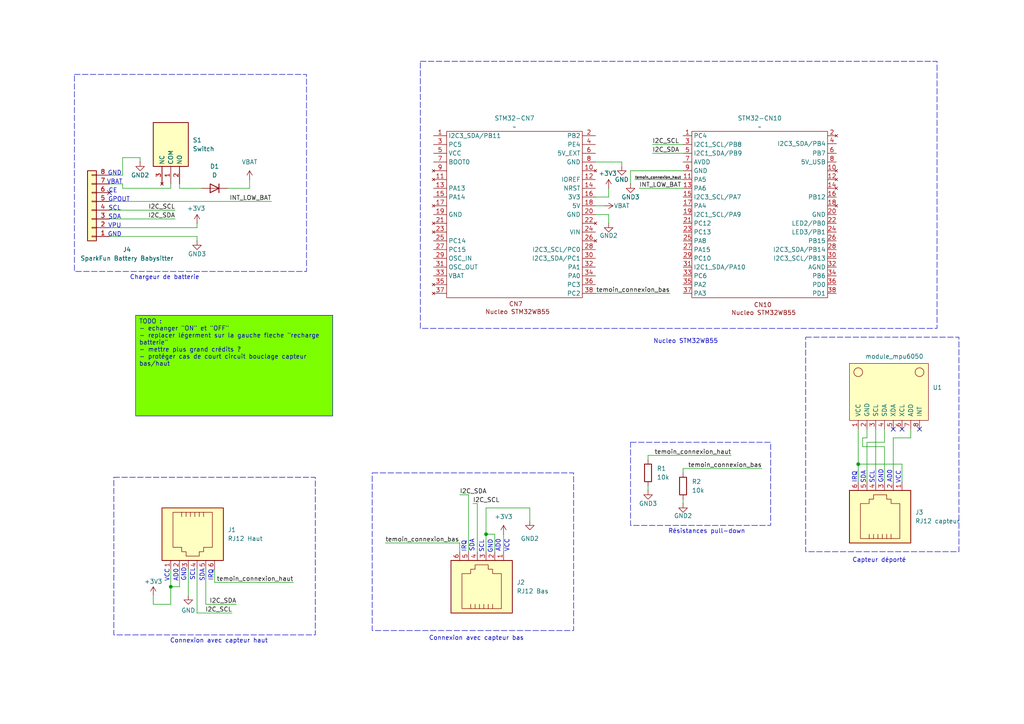
<source format=kicad_sch>
(kicad_sch (version 20250114) (generator "eeschema") (generator_version "9.0")
  (paper "A4")
  (title_block (title "PCBs Suivi de poste - Projet FAME") (company "IUT 1 - Université Grenoble Alpes") (comment 1 "Projet FAME") (comment 2 "Assistant ingénieur Electronique et systèmes embarqués") (comment 3 "DUPUIS-DABAJI Lounès"))
  (lib_symbols
    (symbol "09_03201_02:SIP"
      (property "Reference" "S" (at 19.05 7.62 0))
      (property "Value" "SIP" (at 19.05 5.08 0))
      (symbol "SIP_1_1"
        (rectangle (start 5.08 2.54) (end 17.78 -7.62) (stroke (width 0.254)) (fill (type background)))
        (pin no_connect line (at 0 0 0) (length 5.08) (name "NC") (number "3"))
        (pin passive line (at 0 -2.54 0) (length 5.08) (name "COM") (number "1"))
        (pin passive line (at 0 -5.08 0) (length 5.08) (name "NO") (number "2"))
      )
    )
    (symbol "Connector:RJ12" (pin_names (offset 1.016))
      (property "Reference" "J" (at -5.08 11.43 0))
      (property "Value" "RJ12" (at 2.54 11.43 0))
      (symbol "RJ12_0_1"
        (polyline (pts (xy -6.35 3.175) (xy -5.08 3.175) (xy -5.08 3.175)))
        (polyline (pts (xy -6.35 1.905) (xy -5.08 1.905) (xy -5.08 1.905)))
        (polyline (pts (xy -6.35 0.635) (xy -5.08 0.635) (xy -5.08 0.635)))
        (polyline (pts (xy -6.35 -0.635) (xy -5.08 -0.635) (xy -5.08 -0.635)))
        (polyline (pts (xy -6.35 -1.905) (xy -5.08 -1.905) (xy -5.08 -1.905)))
        (polyline (pts (xy -6.35 -4.445) (xy -6.35 6.985) (xy 3.81 6.985) (xy 3.81 4.445) (xy 5.08 4.445) (xy 5.08 3.175) (xy 6.35 3.175) (xy 6.35 -0.635) (xy 5.08 -0.635) (xy 5.08 -1.905) (xy 3.81 -1.905) (xy 3.81 -4.445) (xy -6.35 -4.445) (xy -6.35 -4.445)))
        (polyline (pts (xy -5.08 4.445) (xy -6.35 4.445) (xy -6.35 4.445)))
        (rectangle (start 7.62 10.16) (end -7.62 -7.62) (stroke (width 0.254)) (fill (type background)))
      )
      (symbol "RJ12_1_1"
        (pin passive line (at 10.16 7.62 180) (length 2.54) (name "~") (number "6"))
        (pin passive line (at 10.16 5.08 180) (length 2.54) (name "~") (number "5"))
        (pin passive line (at 10.16 2.54 180) (length 2.54) (name "~") (number "4"))
        (pin passive line (at 10.16 0 180) (length 2.54) (name "~") (number "3"))
        (pin passive line (at 10.16 -2.54 180) (length 2.54) (name "~") (number "2"))
        (pin passive line (at 10.16 -5.08 180) (length 2.54) (name "~") (number "1"))
      )
    )
    (symbol "Connector_Generic:Conn_01x08" (pin_names (offset 1.016) (hide yes))
      (property "Reference" "J3" (at 0 -16.51 0))
      (property "Value" "SparkFun Battery Babysitter" (at 0 -13.97 0))
      (symbol "Conn_01x08_1_1"
        (rectangle (start -1.27 8.89) (end 1.27 -11.43) (stroke (width 0.254)) (fill (type background)))
        (rectangle (start -1.27 7.747) (end 0 7.493) (stroke (width 0.1524)))
        (rectangle (start -1.27 5.207) (end 0 4.953) (stroke (width 0.1524)))
        (rectangle (start -1.27 2.667) (end 0 2.413) (stroke (width 0.1524)))
        (rectangle (start -1.27 0.127) (end 0 -0.127) (stroke (width 0.1524)))
        (rectangle (start -1.27 -2.413) (end 0 -2.667) (stroke (width 0.1524)))
        (rectangle (start -1.27 -4.953) (end 0 -5.207) (stroke (width 0.1524)))
        (rectangle (start -1.27 -7.493) (end 0 -7.747) (stroke (width 0.1524)))
        (rectangle (start -1.27 -10.033) (end 0 -10.287) (stroke (width 0.1524)))
        (pin passive line (at -5.08 7.62 0) (length 3.81) (name "Pin_1") (number "1"))
        (pin passive line (at -5.08 5.08 0) (length 3.81) (name "Pin_2") (number "2"))
        (pin passive line (at -5.08 2.54 0) (length 3.81) (name "Pin_3") (number "3"))
        (pin passive line (at -5.08 0 0) (length 3.81) (name "Pin_4") (number "4"))
        (pin passive line (at -5.08 -2.54 0) (length 3.81) (name "Pin_5") (number "5"))
        (pin passive line (at -5.08 -5.08 0) (length 3.81) (name "Pin_6") (number "6"))
        (pin output line (at -5.08 -7.62 0) (length 3.81) (name "Pin_7") (number "7"))
        (pin passive line (at -5.08 -10.16 0) (length 3.81) (name "Pin_8") (number "8"))
      )
    )
    (symbol "Device:D" (pin_numbers (hide yes)) (pin_names (offset 1.016) (hide yes))
      (property "Reference" "D" (at 0 2.54 0))
      (property "Value" "D" (at 0 -2.54 0))
      (symbol "D_0_1"
        (polyline (pts (xy -1.27 1.27) (xy -1.27 -1.27)) (stroke (width 0.254)))
        (polyline (pts (xy 1.27 1.27) (xy 1.27 -1.27) (xy -1.27 0) (xy 1.27 1.27)) (stroke (width 0.254)))
        (polyline (pts (xy 1.27 0) (xy -1.27 0)))
      )
      (symbol "D_1_1"
        (pin passive line (at -3.81 0 0) (length 2.54) (name "K") (number "1"))
        (pin passive line (at 3.81 0 180) (length 2.54) (name "A") (number "2"))
      )
    )
    (symbol "Device:R" (pin_numbers (hide yes)) (pin_names (offset 0))
      (property "Reference" "R" (at 2.032 0 90))
      (property "Value" "R" (at 0 0 90))
      (symbol "R_0_1"
        (rectangle (start -1.016 -2.54) (end 1.016 2.54) (stroke (width 0.254)))
      )
      (symbol "R_1_1"
        (pin passive line (at 0 3.81 270) (length 1.27) (name "~") (number "1"))
        (pin passive line (at 0 -3.81 90) (length 1.27) (name "~") (number "2"))
      )
    )
    (symbol "nucleo_STM32:Nucleo_STM32WB_CN10"
      (property "Reference" "U" (at -0.254 -3.81 0))
      (symbol "Nucleo_STM32WB_CN10_0_1"
        (rectangle (start -20.32 21.59) (end 19.05 -26.67))
      )
      (symbol "Nucleo_STM32WB_CN10_1_1"
        (text "CN10" (at 0.254 -28.702 0) (effects (font (size 1.27 1.27))))
        (text "Nucleo STM32WB55" (at 0.508 -30.988 0) (effects (font (size 1.27 1.27))))
        (pin bidirectional line (at -22.86 20.32 0) (length 2.54) (name "PC4") (number "1"))
        (pin bidirectional line (at -22.86 17.78 0) (length 2.54) (name "I2C1_SCL/PB8") (number "3"))
        (pin bidirectional line (at -22.86 15.24 0) (length 2.54) (name "I2C1_SDA/PB9") (number "5"))
        (pin bidirectional line (at -22.86 12.7 0) (length 2.54) (name "AVDD") (number "7"))
        (pin bidirectional line (at -22.86 10.16 0) (length 2.54) (name "GND") (number "9"))
        (pin bidirectional line (at -22.86 7.62 0) (length 2.54) (name "PA5") (number "11"))
        (pin bidirectional line (at -22.86 5.08 0) (length 2.54) (name "PA6") (number "13"))
        (pin bidirectional line (at -22.86 2.54 0) (length 2.54) (name "I2C3_SCL/PA7") (number "15"))
        (pin bidirectional line (at -22.86 0 0) (length 2.54) (name "PA4") (number "17"))
        (pin bidirectional line (at -22.86 -2.54 0) (length 2.54) (name "I2C1_SCL/PA9") (number "19"))
        (pin bidirectional line (at -22.86 -5.08 0) (length 2.54) (name "PC12") (number "21"))
        (pin bidirectional line (at -22.86 -7.62 0) (length 2.54) (name "PC13") (number "23"))
        (pin bidirectional line (at -22.86 -10.16 0) (length 2.54) (name "PA8") (number "25"))
        (pin bidirectional line (at -22.86 -12.7 0) (length 2.54) (name "PA15") (number "27"))
        (pin bidirectional line (at -22.86 -15.24 0) (length 2.54) (name "PC10") (number "29"))
        (pin bidirectional line (at -22.86 -17.78 0) (length 2.54) (name "I2C1_SDA/PA10") (number "31"))
        (pin bidirectional line (at -22.86 -20.32 0) (length 2.54) (name "PC6") (number "33"))
        (pin bidirectional line (at -22.86 -22.86 0) (length 2.54) (name "PA2") (number "35"))
        (pin bidirectional line (at -22.86 -25.4 0) (length 2.54) (name "PA3") (number "37"))
        (pin no_connect line (at 21.59 20.32 180) (length 2.54) (name "") (number "2"))
        (pin bidirectional line (at 21.59 15.24 180) (length 2.54) (name "PB7") (number "6"))
        (pin bidirectional line (at 21.59 12.7 180) (length 2.54) (name "5V_USB") (number "8"))
        (pin no_connect line (at 21.59 10.16 180) (length 2.54) (name "") (number "10"))
        (pin no_connect line (at 21.59 7.62 180) (length 2.54) (name "") (number "12"))
        (pin no_connect line (at 21.59 5.08 180) (length 2.54) (name "") (number "14"))
        (pin bidirectional line (at 21.59 2.54 180) (length 2.54) (name "PB12") (number "16"))
        (pin no_connect line (at 21.59 0 180) (length 2.54) (name "") (number "18"))
        (pin bidirectional line (at 21.59 -2.54 180) (length 2.54) (name "GND") (number "20"))
        (pin bidirectional line (at 21.59 -5.08 180) (length 2.54) (name "LED2/PB0") (number "22"))
        (pin bidirectional line (at 21.59 -7.62 180) (length 2.54) (name "LED3/PB1") (number "24"))
        (pin bidirectional line (at 21.59 -10.16 180) (length 2.54) (name "PB15") (number "26"))
        (pin bidirectional line (at 21.59 -12.7 180) (length 2.54) (name "I2C3_SDA/PB14") (number "28"))
        (pin bidirectional line (at 21.59 -15.24 180) (length 2.54) (name "I2C3_SCL/PB13") (number "30"))
        (pin bidirectional line (at 21.59 -17.78 180) (length 2.54) (name "AGND") (number "32"))
        (pin bidirectional line (at 21.59 -20.32 180) (length 2.54) (name "PB6") (number "34"))
        (pin bidirectional line (at 21.59 -22.86 180) (length 2.54) (name "PD0") (number "36"))
        (pin bidirectional line (at 21.59 -25.4 180) (length 2.54) (name "PD1") (number "38"))
        (pin bidirectional line (at 21.6093 18.0146 180) (length 2.54) (name "I2C3_SDA/PB4") (number "4"))
      )
    )
    (symbol "nucleo_STM32:Nucleo_STM32WB_CN7"
      (property "Reference" "U" (at -11.43 0.254 0))
      (symbol "Nucleo_STM32WB_CN7_0_1"
        (rectangle (start -20.32 22.86) (end 19.05 -25.4))
      )
      (symbol "Nucleo_STM32WB_CN7_1_1"
        (text "CN7" (at -0.254 -27.178 0) (effects (font (size 1.27 1.27))))
        (text "Nucleo STM32WB55" (at 0.254 -29.464 0) (effects (font (size 1.27 1.27))))
        (pin passive line (at -24.13 21.59 0) (length 3.81) (name "I2C3_SDA/PB11") (number "1"))
        (pin passive line (at -24.13 19.05 0) (length 3.81) (name "PC5") (number "3"))
        (pin passive line (at -24.13 16.51 0) (length 3.81) (name "VCC") (number "5"))
        (pin passive line (at -24.13 13.97 0) (length 3.81) (name "BOOT0") (number "7"))
        (pin no_connect line (at -24.13 11.43 0) (length 3.81) (name "") (number "9"))
        (pin no_connect line (at -24.13 8.89 0) (length 3.81) (name "") (number "11"))
        (pin passive line (at -24.13 6.35 0) (length 3.81) (name "PA13") (number "13"))
        (pin passive line (at -24.13 3.81 0) (length 3.81) (name "PA14") (number "15"))
        (pin no_connect line (at -24.13 1.27 0) (length 3.81) (name "") (number "17"))
        (pin passive line (at -24.13 -1.27 0) (length 3.81) (name "GND") (number "19"))
        (pin no_connect line (at -24.13 -3.81 0) (length 3.81) (name "") (number "21"))
        (pin no_connect line (at -24.13 -6.35 0) (length 3.81) (name "") (number "23"))
        (pin passive line (at -24.13 -8.89 0) (length 3.81) (name "PC14") (number "25"))
        (pin passive line (at -24.13 -11.43 0) (length 3.81) (name "PC15") (number "27"))
        (pin passive line (at -24.13 -13.97 0) (length 3.81) (name "OSC_IN") (number "29"))
        (pin passive line (at -24.13 -16.51 0) (length 3.81) (name "OSC_OUT") (number "31"))
        (pin passive line (at -24.13 -19.05 0) (length 3.81) (name "VBAT") (number "33"))
        (pin no_connect line (at -24.13 -21.59 0) (length 3.81) (name "") (number "35"))
        (pin no_connect line (at -24.13 -24.13 0) (length 3.81) (name "") (number "37"))
        (pin passive line (at 22.86 21.59 180) (length 3.81) (name "PB2") (number "2"))
        (pin passive line (at 22.86 19.05 180) (length 3.81) (name "PE4") (number "4"))
        (pin passive line (at 22.86 16.51 180) (length 3.81) (name "5V_EXT") (number "6"))
        (pin passive line (at 22.86 13.97 180) (length 3.81) (name "GND") (number "8"))
        (pin no_connect line (at 22.86 11.43 180) (length 3.81) (name "") (number "10"))
        (pin passive line (at 22.86 8.89 180) (length 3.81) (name "IOREF") (number "12"))
        (pin passive line (at 22.86 6.35 180) (length 3.81) (name "NRST") (number "14"))
        (pin passive line (at 22.86 3.81 180) (length 3.81) (name "3V3") (number "16"))
        (pin passive line (at 22.86 1.27 180) (length 3.81) (name "5V") (number "18"))
        (pin passive line (at 22.86 -1.27 180) (length 3.81) (name "GND") (number "20"))
        (pin no_connect line (at 22.86 -3.81 180) (length 3.81) (name "") (number "22"))
        (pin passive line (at 22.86 -6.35 180) (length 3.81) (name "VIN") (number "24"))
        (pin no_connect line (at 22.86 -8.89 180) (length 3.81) (name "") (number "26"))
        (pin passive line (at 22.86 -11.43 180) (length 3.81) (name "I2C3_SCL/PC0") (number "28"))
        (pin passive line (at 22.86 -13.97 180) (length 3.81) (name "I2C3_SDA/PC1") (number "30"))
        (pin passive line (at 22.86 -16.51 180) (length 3.81) (name "PA1") (number "32"))
        (pin passive line (at 22.86 -19.05 180) (length 3.81) (name "PA0") (number "34"))
        (pin passive line (at 22.86 -21.59 180) (length 3.81) (name "PC3") (number "36"))
        (pin passive line (at 22.86 -24.13 180) (length 3.81) (name "PC2") (number "38"))
      )
    )
    (symbol "power:+3V3" (power) (pin_numbers (hide yes)) (pin_names (offset 0) (hide yes))
      (property "Value" "+3V3" (at 0 3.556 0))
      (symbol "+3V3_0_1"
        (polyline (pts (xy -0.762 1.27) (xy 0 2.54)))
        (polyline (pts (xy 0 2.54) (xy 0.762 1.27)))
        (polyline (pts (xy 0 0) (xy 0 2.54)))
      )
      (symbol "+3V3_1_1"
        (pin power_in line (at 0 0 90) (length 0) (name "~") (number "1"))
      )
    )
    (symbol "power:GND" (power) (pin_numbers (hide yes)) (pin_names (offset 0) (hide yes))
      (property "Value" "GND" (at 0 -3.81 0))
      (symbol "GND_0_1"
        (polyline (pts (xy 0 0) (xy 0 -1.27) (xy 1.27 -1.27) (xy 0 -2.54) (xy -1.27 -1.27) (xy 0 -1.27)))
      )
      (symbol "GND_1_1"
        (pin power_in line (at 0 0 270) (length 0) (name "~") (number "1"))
      )
    )
    (symbol "usini_sensors:module_mpu6050" (pin_names (offset 1.016))
      (property "Reference" "U" (at 2.54 21.59 0))
      (property "Value" "module_mpu6050" (at 11.43 -3.81 0))
      (symbol "module_mpu6050_0_1"
        (rectangle (start 2.54 20.32) (end 19.05 -2.54) (fill (type background)))
        (circle (center 16.51 17.78) (radius 1.27))
        (circle (center 16.51 0) (radius 1.27))
      )
      (symbol "module_mpu6050_1_1"
        (pin input line (at 0 17.78 0) (length 2.54) (name "VCC") (number "1"))
        (pin input line (at 0 15.24 0) (length 2.54) (name "GND") (number "2"))
        (pin input line (at 0 12.7 0) (length 2.54) (name "SCL") (number "3"))
        (pin input line (at 0 10.16 0) (length 2.54) (name "SDA") (number "4"))
        (pin input line (at 0 7.62 0) (length 2.54) (name "XDA") (number "5"))
        (pin input line (at 0 5.08 0) (length 2.54) (name "XCL") (number "6"))
        (pin input line (at 0 2.54 0) (length 2.54) (name "ADD") (number "7"))
        (pin input line (at 0 0 0) (length 2.54) (name "INT") (number "8"))
      )
    )
  )
  (rectangle (start 107.95 137.16) (end 166.37 182.88) (stroke (width 0) (type dash)))
  (rectangle (start 21.59 21.59) (end 88.9 78.74) (stroke (width 0) (type dash)))
  (rectangle (start 121.92 17.78) (end 271.78 95.25) (stroke (width 0) (type dash)))
  (rectangle (start 182.88 128.27) (end 223.52 152.4) (stroke (width 0) (type dash)))
  (rectangle (start 233.68 97.79) (end 278.13 160.02) (stroke (width 0) (type dash)))
  (rectangle (start 33.02 138.43) (end 91.44 184.15) (stroke (width 0) (type dash)))
  (text "IRQ" (at 61.214 166.878 90) (effects (font (size 1.27 1.27))))
  (text "Chargeur de batterie" (at 47.752 80.518 0) (effects (font (size 1.27 1.27))))
  (text "SDA" (at 136.906 158.242 90) (effects (font (size 1.27 1.27))))
  (text "VPU" (at 33.274 65.532 0) (effects (font (size 1.27 1.27))))
  (text "Connexion avec capteur haut" (at 63.5 185.928 0) (effects (font (size 1.27 1.27))))
  (text "SDA" (at 33.274 62.992 0) (effects (font (size 1.27 1.27))))
  (text "VCC" (at 147.066 158.242 90) (effects (font (size 1.27 1.27))))
  (text "SCL" (at 139.7 158.496 90) (effects (font (size 1.27 1.27))))
  (text "GND" (at 53.34 166.624 90) (effects (font (size 1.27 1.27))))
  (text "GND" (at 142.24 158.496 90) (effects (font (size 1.27 1.27))))
  (text "AD0" (at 51.054 166.878 90) (effects (font (size 1.27 1.27))))
  (text "SDA" (at 250.444 138.43 90) (effects (font (size 1.27 1.27))))
  (text "GND" (at 255.524 138.176 90) (effects (font (size 1.27 1.27))))
  (text "GND" (at 33.274 50.292 0) (effects (font (size 1.27 1.27))))
  (text "VBAT" (at 33.274 52.832 0) (effects (font (size 1.27 1.27))))
  (text "Nucleo STM32WB55" (at 198.882 99.06 0) (effects (font (size 1.27 1.27))))
  (text "Résistances pull-down" (at 204.978 154.178 0) (effects (font (size 1.27 1.27))))
  (text "IRQ" (at 134.62 158.496 90) (effects (font (size 1.27 1.27))))
  (text "GPOUT" (at 34.544 57.912 0) (effects (font (size 1.27 1.27))))
  (text "IRQ" (at 247.904 138.43 90) (effects (font (size 1.27 1.27))))
  (text "GND" (at 33.274 68.072 0) (effects (font (size 1.27 1.27))))
  (text "SDA" (at 58.674 166.878 90) (effects (font (size 1.27 1.27))))
  (text "AD0" (at 258.064 138.176 90) (effects (font (size 1.27 1.27))))
  (text "SCL" (at 55.88 166.624 90) (effects (font (size 1.27 1.27))))
  (text "VCC" (at 260.604 138.43 90) (effects (font (size 1.27 1.27))))
  (text "SCL" (at 252.984 138.43 90) (effects (font (size 1.27 1.27))))
  (text "Capteur déporté" (at 255.016 162.56 0) (effects (font (size 1.27 1.27))))
  (text "SCL" (at 33.274 60.452 0) (effects (font (size 1.27 1.27))))
  (text "Connexion avec capteur bas" (at 138.176 185.166 0) (effects (font (size 1.27 1.27))))
  (text "VCC" (at 48.514 166.878 90) (effects (font (size 1.27 1.27))))
  (text "CE" (at 32.766 55.372 0) (effects (font (size 1.27 1.27))))
  (text "AD0" (at 144.526 158.242 90) (effects (font (size 1.27 1.27))))
  (text_box "TODO :\n- echanger \"ON\" et \"OFF\"\n- replacer légerment sur la gauche fleche \"recharge batterie\"\n- mettre plus grand crédits ?\n- protéger cas de court circuit bouclage capteur bas/haut" (at 39.37 91.44 0) (size 57.15 29.21) (margins 0.9525 0.9525 0.9525 0.9525) (fill (type color) (color 126 255 0 1)) (effects (font (size 1.27 1.27)) (justify left top)))
  (junction (at 248.92 134.62))
  (junction (at 140.97 154.94))
  (junction (at 49.53 170.18))
  (no_connect (at 31.75 55.88))
  (no_connect (at 261.62 124.46))
  (no_connect (at 259.08 124.46))
  (no_connect (at 266.7 124.46))
  (wire (pts (xy 135.89 143.51) (xy 133.35 143.51)))
  (wire (pts (xy 138.43 160.02) (xy 138.43 146.05)))
  (wire (pts (xy 57.15 177.8) (xy 57.15 165.1)))
  (wire (pts (xy 140.97 147.32) (xy 140.97 154.94)))
  (wire (pts (xy 49.53 54.61) (xy 49.53 53.34)))
  (wire (pts (xy 198.12 144.78) (xy 198.12 146.05)))
  (wire (pts (xy 40.64 45.72) (xy 40.64 46.99)))
  (wire (pts (xy 57.15 64.77) (xy 57.15 66.04)))
  (wire (pts (xy 138.43 146.05) (xy 137.16 146.05)))
  (wire (pts (xy 264.16 127) (xy 264.16 124.46)))
  (wire (pts (xy 261.62 134.62) (xy 261.62 139.7)))
  (wire (pts (xy 198.12 135.89) (xy 220.98 135.89)))
  (wire (pts (xy 62.23 168.91) (xy 62.23 165.1)))
  (wire (pts (xy 140.97 154.94) (xy 140.97 160.02)))
  (wire (pts (xy 62.23 168.91) (xy 85.09 168.91)))
  (wire (pts (xy 31.75 60.96) (xy 50.8 60.96)))
  (wire (pts (xy 251.46 127) (xy 251.46 124.46)))
  (wire (pts (xy 31.75 50.8) (xy 35.56 50.8)))
  (wire (pts (xy 251.46 139.7) (xy 251.46 128.27)))
  (wire (pts (xy 259.08 127) (xy 264.16 127)))
  (wire (pts (xy 176.53 57.15) (xy 172.72 57.15)))
  (wire (pts (xy 172.72 85.09) (xy 194.31 85.09)))
  (wire (pts (xy 35.56 54.61) (xy 49.53 54.61)))
  (wire (pts (xy 187.96 132.08) (xy 212.09 132.08)))
  (wire (pts (xy 176.53 62.23) (xy 176.53 64.77)))
  (wire (pts (xy 52.07 54.61) (xy 58.42 54.61)))
  (wire (pts (xy 251.46 128.27) (xy 256.54 128.27)))
  (wire (pts (xy 49.53 175.26) (xy 49.53 170.18)))
  (wire (pts (xy 256.54 129.54) (xy 250.19 129.54)))
  (wire (pts (xy 44.45 175.26) (xy 44.45 172.72)))
  (wire (pts (xy 182.88 49.53) (xy 198.12 49.53)))
  (wire (pts (xy 184.15 52.07) (xy 198.12 52.07)))
  (wire (pts (xy 248.92 134.62) (xy 261.62 134.62)))
  (wire (pts (xy 256.54 128.27) (xy 256.54 124.46)))
  (wire (pts (xy 66.04 54.61) (xy 72.39 54.61)))
  (wire (pts (xy 67.31 177.8) (xy 57.15 177.8)))
  (wire (pts (xy 248.92 139.7) (xy 248.92 134.62)))
  (wire (pts (xy 153.67 151.13) (xy 153.67 147.32)))
  (wire (pts (xy 57.15 66.04) (xy 31.75 66.04)))
  (wire (pts (xy 35.56 53.34) (xy 31.75 53.34)))
  (wire (pts (xy 143.51 154.94) (xy 140.97 154.94)))
  (wire (pts (xy 57.15 68.58) (xy 31.75 68.58)))
  (wire (pts (xy 172.72 46.99) (xy 180.34 46.99)))
  (wire (pts (xy 59.69 165.1) (xy 59.69 175.26)))
  (wire (pts (xy 52.07 165.1) (xy 52.07 170.18)))
  (wire (pts (xy 35.56 54.61) (xy 35.56 53.34)))
  (wire (pts (xy 111.76 157.48) (xy 133.35 157.48)))
  (wire (pts (xy 187.96 140.97) (xy 187.96 142.24)))
  (wire (pts (xy 176.53 62.23) (xy 172.72 62.23)))
  (wire (pts (xy 185.42 54.61) (xy 198.12 54.61)))
  (wire (pts (xy 180.34 48.26) (xy 180.34 46.99)))
  (wire (pts (xy 31.75 63.5) (xy 50.8 63.5)))
  (wire (pts (xy 153.67 147.32) (xy 140.97 147.32)))
  (wire (pts (xy 52.07 53.34) (xy 52.07 54.61)))
  (wire (pts (xy 57.15 69.85) (xy 57.15 68.58)))
  (wire (pts (xy 198.12 135.89) (xy 198.12 137.16)))
  (wire (pts (xy 133.35 157.48) (xy 133.35 160.02)))
  (wire (pts (xy 52.07 170.18) (xy 49.53 170.18)))
  (wire (pts (xy 176.53 54.61) (xy 176.53 57.15)))
  (wire (pts (xy 35.56 45.72) (xy 40.64 45.72)))
  (wire (pts (xy 49.53 170.18) (xy 49.53 165.1)))
  (wire (pts (xy 172.72 59.69) (xy 175.26 59.69)))
  (wire (pts (xy 254 124.46) (xy 254 139.7)))
  (wire (pts (xy 135.89 143.51) (xy 135.89 160.02)))
  (wire (pts (xy 59.69 175.26) (xy 68.58 175.26)))
  (wire (pts (xy 250.19 129.54) (xy 250.19 127)))
  (wire (pts (xy 189.23 44.45) (xy 198.12 44.45)))
  (wire (pts (xy 248.92 124.46) (xy 248.92 134.62)))
  (wire (pts (xy 143.51 160.02) (xy 143.51 154.94)))
  (wire (pts (xy 256.54 139.7) (xy 256.54 129.54)))
  (wire (pts (xy 146.05 154.94) (xy 146.05 160.02)))
  (wire (pts (xy 54.61 165.1) (xy 54.61 172.72)))
  (wire (pts (xy 44.45 175.26) (xy 49.53 175.26)))
  (wire (pts (xy 182.88 53.34) (xy 182.88 49.53)))
  (wire (pts (xy 250.19 127) (xy 251.46 127)))
  (wire (pts (xy 187.96 132.08) (xy 187.96 133.35)))
  (wire (pts (xy 35.56 50.8) (xy 35.56 45.72)))
  (wire (pts (xy 72.39 52.07) (xy 72.39 54.61)))
  (wire (pts (xy 31.75 58.42) (xy 78.74 58.42)))
  (wire (pts (xy 189.23 41.91) (xy 198.12 41.91)))
  (wire (pts (xy 259.08 139.7) (xy 259.08 127)))
  (label "INT_LOW_BAT" (at 78.74 58.42 180))
  (label "I2C_SDA" (at 189.23 44.45 0))
  (label "I2C_SCL" (at 137.16 146.05 0))
  (label "I2C_SCL" (at 189.23 41.91 0))
  (label "I2C_SCL" (at 50.8 60.96 180))
  (label "temoin_connexion_bas" (at 220.98 135.89 180))
  (label "I2C_SCL" (at 67.31 177.8 180))
  (label "INT_LOW_BAT" (at 185.42 54.61 0))
  (label "temoin_connexion_bas" (at 111.76 157.48 0))
  (label "I2C_SDA" (at 50.8 63.5 180))
  (label "I2C_SDA" (at 68.58 175.26 180))
  (label "temoin_connexion_bas" (at 194.31 85.09 180))
  (label "temoin_connexion_haut" (at 212.09 132.08 180))
  (label "I2C_SDA" (at 133.35 143.51 0))
  (label "temoin_connexion_haut" (at 85.09 168.91 180))
  (label "temoin_connexion_haut" (at 184.15 52.07 0) (effects (font (size 0.762 0.762))))
  (symbol (lib_id "nucleo_STM32:Nucleo_STM32WB_CN7") (at 149.86 60.96 0) (unit 1)
    (property "Reference" "STM32-CN7" (at 149.225 34.29 0))
    (property "Value" "~" (at 149.225 36.83 0))
    (property "Footprint" "Module:Nucleo_STM32WB_CN7" (effects (hide yes)))
  )
  (symbol (lib_id "power:GND") (at 57.15 69.85 0) (unit 1)
    (property "Reference" "#PWR011" (effects (hide yes)))
    (property "Value" "GND3" (at 57.15 73.66 0))
    (property "Description" "Power symbol creates a global label with name \"GND\" , ground" (effects (hide yes)))
  )
  (symbol (lib_id "nucleo_STM32:Nucleo_STM32WB_CN10") (at 220.98 59.69 0) (unit 1)
    (property "Reference" "STM32-CN10" (at 220.3546 34.29 0))
    (property "Value" "~" (at 220.3546 36.83 0))
    (property "Footprint" "Module:Nucleo_STM32WB_CN10" (effects (hide yes)))
  )
  (symbol (lib_id "power:+3V3") (at 44.45 172.72 0) (unit 1)
    (property "Reference" "#PWR01" (effects (hide yes)))
    (property "Value" "+3V3" (at 44.45 168.656 0))
    (property "Description" "Power symbol creates a global label with name \"+3V3\"" (effects (hide yes)))
  )
  (symbol (lib_id "Connector_Generic:Conn_01x08") (at 26.67 60.96 180) (unit 1)
    (property "Reference" "J4" (at 36.83 72.39 0))
    (property "Value" "SparkFun Battery Babysitter" (at 36.83 74.93 0))
    (property "Footprint" "sparkfun:babybattery" (effects (hide yes)))
    (property "Description" "Generic connector, single row, 01x08, script generated (kicad-library-utils/schlib/autogen/connector/)" (effects (hide yes)))
  )
  (symbol (lib_id "power:+3V3") (at 176.53 54.61 0) (unit 1)
    (property "Reference" "#PWR07" (effects (hide yes)))
    (property "Value" "+3V3" (at 176.276 50.292 0))
    (property "Description" "Power symbol creates a global label with name \"+3V3\"" (effects (hide yes)))
  )
  (symbol (lib_id "power:+3V3") (at 72.39 52.07 0) (unit 1)
    (property "Reference" "#PWR06" (effects (hide yes)))
    (property "Value" "VBAT" (at 72.39 46.99 0))
    (property "Description" "Power symbol creates a global label with name \"+3V3\"" (effects (hide yes)))
  )
  (symbol (lib_id "power:GND") (at 198.12 146.05 0) (unit 1)
    (property "Reference" "#PWR015" (effects (hide yes)))
    (property "Value" "GND2" (at 198.12 149.606 0))
    (property "Description" "Power symbol creates a global label with name \"GND\" , ground" (effects (hide yes)))
  )
  (symbol (lib_id "power:GND") (at 176.53 64.77 0) (unit 1)
    (property "Reference" "#PWR09" (effects (hide yes)))
    (property "Value" "GND2" (at 176.53 68.326 0))
    (property "Description" "Power symbol creates a global label with name \"GND\" , ground" (effects (hide yes)))
  )
  (symbol (lib_id "power:GND") (at 40.64 46.99 0) (unit 1)
    (property "Reference" "#PWR05" (effects (hide yes)))
    (property "Value" "GND2" (at 40.64 50.8 0))
    (property "Description" "Power symbol creates a global label with name \"GND\" , ground" (effects (hide yes)))
  )
  (symbol (lib_id "power:+3V3") (at 57.15 64.77 0) (unit 1)
    (property "Reference" "#PWR010" (effects (hide yes)))
    (property "Value" "+3V3" (at 56.896 60.452 0))
    (property "Description" "Power symbol creates a global label with name \"+3V3\"" (effects (hide yes)))
  )
  (symbol (lib_id "power:+3V3") (at 146.05 154.94 0) (unit 1)
    (property "Reference" "#PWR03" (effects (hide yes)))
    (property "Value" "+3V3" (at 146.05 149.86 0))
    (property "Description" "Power symbol creates a global label with name \"+3V3\"" (effects (hide yes)))
  )
  (symbol (lib_id "power:GND") (at 180.34 48.26 0) (unit 1)
    (property "Reference" "#PWR08" (effects (hide yes)))
    (property "Value" "GND" (at 180.34 52.07 0))
    (property "Description" "Power symbol creates a global label with name \"GND\" , ground" (effects (hide yes)))
  )
  (symbol (lib_id "power:GND") (at 182.88 53.34 0) (unit 1)
    (property "Reference" "#PWR013" (effects (hide yes)))
    (property "Value" "GND3" (at 182.88 57.15 0))
    (property "Description" "Power symbol creates a global label with name \"GND\" , ground" (effects (hide yes)))
  )
  (symbol (lib_id "Device:R") (at 198.12 140.97 0) (unit 1)
    (property "Reference" "R2" (at 200.66 139.6999 0) (effects (justify left)))
    (property "Value" "10k" (at 200.66 142.2399 0) (effects (justify left)))
    (property "Footprint" "Capacitor_SMD:C_1206_3216Metric" (effects (hide yes)))
    (property "Description" "Resistor" (effects (hide yes)))
  )
  (symbol (lib_id "power:GND") (at 54.61 172.72 0) (unit 1)
    (property "Reference" "#PWR02" (effects (hide yes)))
    (property "Value" "GND" (at 54.61 177.038 0))
    (property "Description" "Power symbol creates a global label with name \"GND\" , ground" (effects (hide yes)))
  )
  (symbol (lib_id "power:+3V3") (at 175.26 59.69 270) (unit 1)
    (property "Reference" "#PWR012" (effects (hide yes)))
    (property "Value" "VBAT" (at 180.34 59.69 90))
    (property "Description" "Power symbol creates a global label with name \"+3V3\"" (effects (hide yes)))
  )
  (symbol (lib_id "power:GND") (at 153.67 151.13 0) (unit 1)
    (property "Reference" "#PWR04" (effects (hide yes)))
    (property "Value" "GND2" (at 153.67 156.21 0))
    (property "Description" "Power symbol creates a global label with name \"GND\" , ground" (effects (hide yes)))
  )
  (symbol (lib_id "Connector:RJ12") (at 256.54 149.86 90) (unit 1)
    (property "Reference" "J3" (at 265.43 148.5899 90) (effects (justify right)))
    (property "Value" "RJ12 capteur" (at 265.43 151.1299 90) (effects (justify right)))
    (property "Footprint" "molex:95501-6669" (effects (hide yes)))
    (property "Description" "RJ connector, 6P6C (6 positions 6 connected)" (effects (hide yes)))
  )
  (symbol (lib_id "Connector:RJ12") (at 140.97 170.18 90) (unit 1)
    (property "Reference" "J2" (at 149.86 168.9099 90) (effects (justify right)))
    (property "Value" "RJ12 Bas" (at 149.86 171.4499 90) (effects (justify right)))
    (property "Footprint" "molex:95501-6669" (effects (hide yes)))
    (property "Description" "RJ connector, 6P6C (6 positions 6 connected)" (effects (hide yes)))
  )
  (symbol (lib_id "Device:D") (at 62.23 54.61 180) (unit 1)
    (property "Reference" "D1" (at 62.23 48.26 0))
    (property "Value" "D" (at 62.23 50.8 0))
    (property "Footprint" "IUT_Empreintes20211026:IUT_Capa_CMS_1206" (effects (hide yes)))
    (property "Description" "Diode" (effects (hide yes)))
    (property "Sim.Device" "D" (effects (hide yes)))
    (property "Sim.Pins" "1=K 2=A" (effects (hide yes)))
  )
  (symbol (lib_id "09_03201_02:SIP") (at 46.99 53.34 90) (unit 1)
    (property "Reference" "S1" (at 55.88 40.6399 90) (effects (justify right)))
    (property "Value" "Switch" (at 55.88 43.1799 90) (effects (justify right)))
    (property "Footprint" "IUT_Empreintes20211026:SIP" (effects (hide yes)))
    (property "Description" "Control Switches 1K2 ACT GOLD STRT MNT RED" (effects (hide yes)))
    (property "Height" "6.4" (effects (hide yes)))
    (property "Mouser Part Number" "123-09.03201.02" (effects (hide yes)))
    (property "Mouser Price/Stock" "https://www.mouser.co.uk/ProductDetail/EAO/09.03201.02?qs=2pKMaj72wiEMFKWD2waFXQ%3D%3D" (effects (hide yes)))
    (property "Manufacturer_Name" "EAO" (effects (hide yes)))
    (property "Manufacturer_Part_Number" "09.03201.02" (effects (hide yes)))
  )
  (symbol (lib_id "Device:R") (at 187.96 137.16 0) (unit 1)
    (property "Reference" "R1" (at 190.5 135.8899 0) (effects (justify left)))
    (property "Value" "10k" (at 190.5 138.4299 0) (effects (justify left)))
    (property "Footprint" "Capacitor_SMD:C_1206_3216Metric" (effects (hide yes)))
    (property "Description" "Resistor" (effects (hide yes)))
  )
  (symbol (lib_id "Connector:RJ12") (at 54.61 154.94 270) (unit 1)
    (property "Reference" "J1" (at 66.04 153.6699 90) (effects (justify left)))
    (property "Value" "RJ12 Haut" (at 66.04 156.2099 90) (effects (justify left)))
    (property "Footprint" "molex:95501-6669" (effects (hide yes)))
    (property "Description" "RJ connector, 6P6C (6 positions 6 connected)" (effects (hide yes)))
  )
  (symbol (lib_id "power:GND") (at 187.96 142.24 0) (unit 1)
    (property "Reference" "#PWR014" (effects (hide yes)))
    (property "Value" "GND3" (at 187.96 146.05 0))
    (property "Description" "Power symbol creates a global label with name \"GND\" , ground" (effects (hide yes)))
  )
  (symbol (lib_id "usini_sensors:module_mpu6050") (at 266.7 124.46 90) (unit 1)
    (property "Reference" "U1" (at 270.51 112.3949 90) (effects (justify right)))
    (property "Value" "module_mpu6050" (at 250.952 103.378 90) (effects (justify right)))
    (property "Footprint" "usini_sensors:module_mpu6050" (effects (hide yes)))
  )
)
</source>
